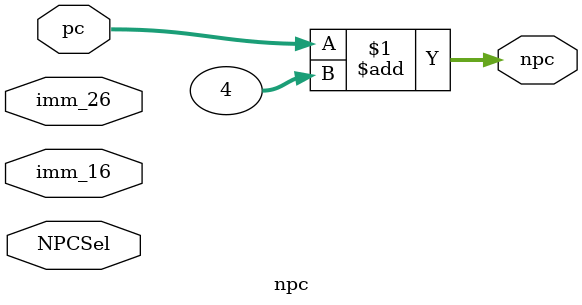
<source format=v>
`timescale 1ns/1ns
module npc(imm_16,imm_26,pc,npc,NPCSel);
    input [15:0] imm_16;
    input [25:0] imm_26;
    input [31:0] pc;
    output [31:0] npc;
    input NPCSel;
    
    assign npc=pc+'b100;
    
endmodule
</source>
